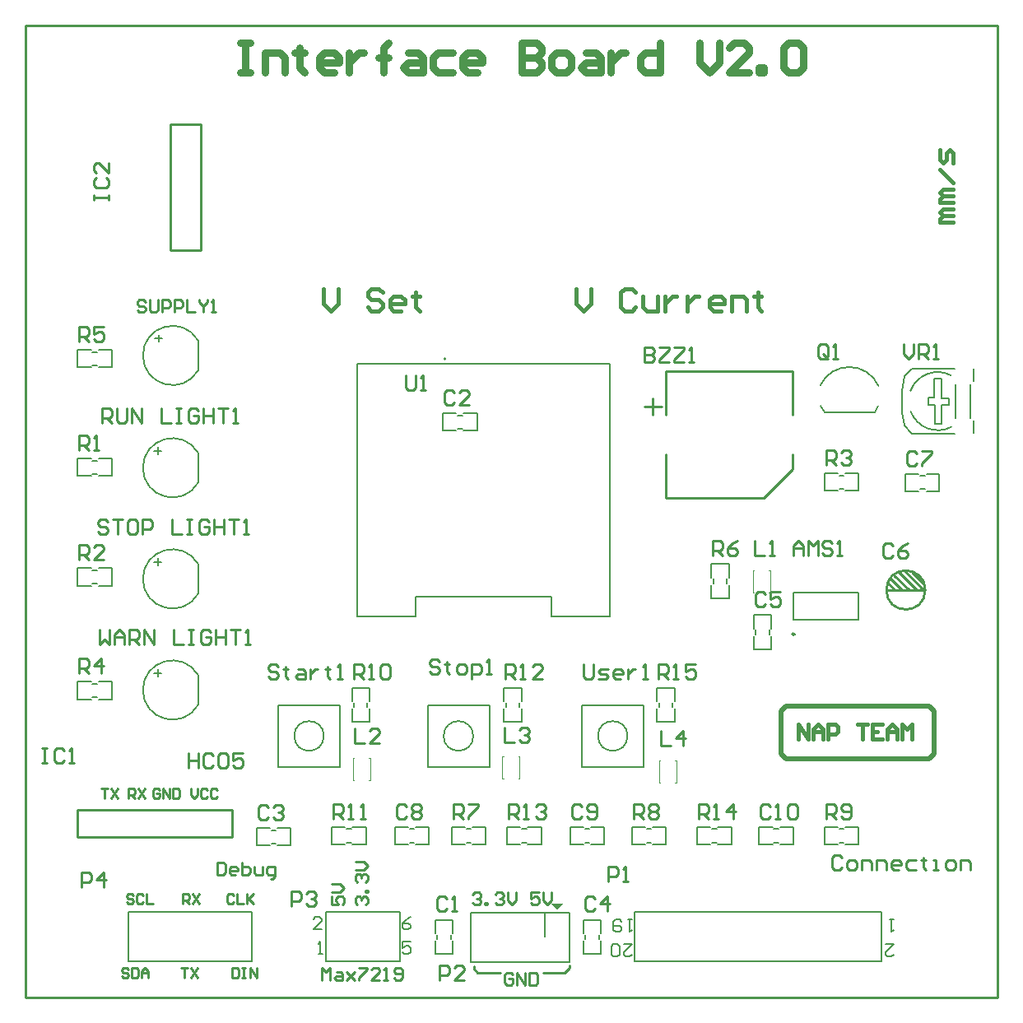
<source format=gto>
G04*
G04 #@! TF.GenerationSoftware,Altium Limited,Altium Designer,21.3.2 (30)*
G04*
G04 Layer_Color=65535*
%FSTAX44Y44*%
%MOMM*%
G71*
G04*
G04 #@! TF.SameCoordinates,BAFF9CCB-06E3-4415-8BD8-540CAB7B7E79*
G04*
G04*
G04 #@! TF.FilePolarity,Positive*
G04*
G01*
G75*
%ADD10C,0.2540*%
%ADD11C,0.1778*%
%ADD12C,0.2500*%
%ADD13C,0.1524*%
%ADD14C,0.2000*%
%ADD15C,0.5080*%
%ADD16C,0.1016*%
%ADD17C,0.1270*%
%ADD18C,0.2032*%
%ADD19C,0.3810*%
%ADD20C,0.7620*%
G36*
X00546989Y00090186D02*
X00553339Y00096536D01*
X00540639D01*
X00546989Y00090186D01*
D02*
G37*
D10*
X0092551Y004191D02*
G03*
X0092551Y004191I-0002J0D01*
G01*
X0Y0D02*
X01D01*
X0Y01D02*
X01D01*
Y0D02*
Y01D01*
X0Y0D02*
Y01D01*
X0014859Y0076835D02*
Y0089789D01*
X0018034Y0076835D02*
Y0089789D01*
X0014859D02*
X0018034D01*
X0014859Y0076835D02*
X0018034D01*
X007894Y0059912D02*
Y0064462D01*
Y0054362D02*
Y0055912D01*
X006584Y0059912D02*
Y0064462D01*
Y0051362D02*
Y0055912D01*
Y0064462D02*
X007894D01*
X007594Y0051362D02*
X007894Y0054362D01*
X006584Y0051362D02*
X007594D01*
X0053213Y000254D02*
X00554482D01*
X0046482D02*
X00488077D01*
X0046101Y0002921D02*
X0046482Y000254D01*
X00554482D02*
X00559816Y00030734D01*
Y0003302D01*
X0046101Y0002921D02*
Y0003175D01*
X0005334Y001651D02*
Y0019304D01*
X0021209Y001651D02*
Y0019304D01*
X0005334Y001651D02*
X0021209D01*
X0005334Y0019304D02*
X0021209D01*
X00885444Y004191D02*
X00925068D01*
X00894334D02*
X00896112D01*
X00887222Y00426212D02*
X00894334Y004191D01*
X00901446D02*
X00902716D01*
X00890016Y0043053D02*
X00901446Y004191D01*
X00908812D02*
X0090932D01*
X00893318Y00434594D02*
X00908812Y004191D01*
X00916432D02*
X0091821D01*
X00898144Y00437388D02*
X00916432Y004191D01*
X00923544D02*
Y00419354D01*
X00903732Y00439166D02*
X00923544Y00419354D01*
X00924306Y00424688D02*
Y00424942D01*
X00911606Y00437642D02*
X00924306Y00424942D01*
X0Y0D02*
X0000254D01*
X00069852Y00820426D02*
Y00825505D01*
Y00822965D01*
X00085087D01*
Y00820426D01*
Y00825505D01*
X00072392Y00843279D02*
X00069852Y0084074D01*
Y00835661D01*
X00072392Y00833122D01*
X00082548D01*
X00085087Y00835661D01*
Y0084074D01*
X00082548Y00843279D01*
X00085087Y00858514D02*
Y00848357D01*
X00074931Y00858514D01*
X00072392D01*
X00069852Y00855975D01*
Y00850896D01*
X00072392Y00848357D01*
X00636778Y00668777D02*
Y00653542D01*
X00644396D01*
X00646935Y00656081D01*
Y0065862D01*
X00644396Y0066116D01*
X00636778D01*
X00644396D01*
X00646935Y00663699D01*
Y00666238D01*
X00644396Y00668777D01*
X00636778D01*
X00652013D02*
X0066217D01*
Y00666238D01*
X00652013Y00656081D01*
Y00653542D01*
X0066217D01*
X00667248Y00668777D02*
X00677405D01*
Y00666238D01*
X00667248Y00656081D01*
Y00653542D01*
X00677405D01*
X00682483D02*
X00687562D01*
X00685022D01*
Y00668777D01*
X00682483Y00666238D01*
X0064547Y00616259D02*
Y0059912D01*
X006369Y0060769D02*
X00654039D01*
X00527894Y00107946D02*
X0051943D01*
Y00101598D01*
X00523662Y00103714D01*
X00525778D01*
X00527894Y00101598D01*
Y00097366D01*
X00525778Y0009525D01*
X00521546D01*
X0051943Y00097366D01*
X00532126Y00107946D02*
Y00099482D01*
X00536358Y0009525D01*
X0054059Y00099482D01*
Y00107946D01*
X0045974Y0010583D02*
X00461856Y00107946D01*
X00466088D01*
X00468204Y0010583D01*
Y00103714D01*
X00466088Y00101598D01*
X00463972D01*
X00466088D01*
X00468204Y00099482D01*
Y00097366D01*
X00466088Y0009525D01*
X00461856D01*
X0045974Y00097366D01*
X00472436Y0009525D02*
Y00097366D01*
X00474552D01*
Y0009525D01*
X00472436D01*
X00483016Y0010583D02*
X00485132Y00107946D01*
X00489364D01*
X0049148Y0010583D01*
Y00103714D01*
X00489364Y00101598D01*
X00487248D01*
X00489364D01*
X0049148Y00099482D01*
Y00097366D01*
X00489364Y0009525D01*
X00485132D01*
X00483016Y00097366D01*
X00495712Y00107946D02*
Y00099482D01*
X00499944Y0009525D01*
X00504176Y00099482D01*
Y00107946D01*
X00501224Y0002328D02*
X00499108Y00025396D01*
X00494876D01*
X0049276Y0002328D01*
Y00014816D01*
X00494876Y000127D01*
X00499108D01*
X00501224Y00014816D01*
Y00019048D01*
X00496992D01*
X00505456Y000127D02*
Y00025396D01*
X0051392Y000127D01*
Y00025396D01*
X00518152D02*
Y000127D01*
X005245D01*
X00526616Y00014816D01*
Y0002328D01*
X005245Y00025396D01*
X00518152D01*
X0007747Y0021463D02*
X00084241D01*
X00080856D01*
Y00204473D01*
X00087627Y0021463D02*
X00094398Y00204473D01*
Y0021463D02*
X00087627Y00204473D01*
X0010541D02*
Y0021463D01*
X00110488D01*
X00112181Y00212937D01*
Y00209552D01*
X00110488Y00207859D01*
X0010541D01*
X00108796D02*
X00112181Y00204473D01*
X00115567Y0021463D02*
X00122338Y00204473D01*
Y0021463D02*
X00115567Y00204473D01*
X00137581Y00212937D02*
X00135888Y0021463D01*
X00132503D01*
X0013081Y00212937D01*
Y00206166D01*
X00132503Y00204473D01*
X00135888D01*
X00137581Y00206166D01*
Y00209552D01*
X00134196D01*
X00140967Y00204473D02*
Y0021463D01*
X00147738Y00204473D01*
Y0021463D01*
X00151123D02*
Y00204473D01*
X00156202D01*
X00157895Y00206166D01*
Y00212937D01*
X00156202Y0021463D01*
X00151123D01*
X0017018D02*
Y00207859D01*
X00173566Y00204473D01*
X00176951Y00207859D01*
Y0021463D01*
X00187108Y00212937D02*
X00185415Y0021463D01*
X00182029D01*
X00180337Y00212937D01*
Y00206166D01*
X00182029Y00204473D01*
X00185415D01*
X00187108Y00206166D01*
X00197265Y00212937D02*
X00195572Y0021463D01*
X00192186D01*
X00190493Y00212937D01*
Y00206166D01*
X00192186Y00204473D01*
X00195572D01*
X00197265Y00206166D01*
X0016764Y00251455D02*
Y0023622D01*
Y00243838D01*
X00177797D01*
Y00251455D01*
Y0023622D01*
X00193032Y00248916D02*
X00190493Y00251455D01*
X00185414D01*
X00182875Y00248916D01*
Y00238759D01*
X00185414Y0023622D01*
X00190493D01*
X00193032Y00238759D01*
X0019811Y00248916D02*
X00200649Y00251455D01*
X00205728D01*
X00208267Y00248916D01*
Y00238759D01*
X00205728Y0023622D01*
X00200649D01*
X0019811Y00238759D01*
Y00248916D01*
X00223502Y00251455D02*
X00213345D01*
Y00243838D01*
X00218424Y00246377D01*
X00220963D01*
X00223502Y00243838D01*
Y00238759D01*
X00220963Y0023622D01*
X00215884D01*
X00213345Y00238759D01*
X00105831Y00028784D02*
X00104138Y00030477D01*
X00100753D01*
X0009906Y00028784D01*
Y00027091D01*
X00100753Y00025398D01*
X00104138D01*
X00105831Y00023706D01*
Y00022013D01*
X00104138Y0002032D01*
X00100753D01*
X0009906Y00022013D01*
X00109217Y00030477D02*
Y0002032D01*
X00114295D01*
X00115988Y00022013D01*
Y00028784D01*
X00114295Y00030477D01*
X00109217D01*
X00119373Y0002032D02*
Y00027091D01*
X00122759Y00030477D01*
X00126145Y00027091D01*
Y0002032D01*
Y00025398D01*
X00119373D01*
X0016002Y00030477D02*
X00166791D01*
X00163406D01*
Y0002032D01*
X00170177Y00030477D02*
X00176948Y0002032D01*
Y00030477D02*
X00170177Y0002032D01*
X0021209Y00030477D02*
Y0002032D01*
X00217168D01*
X00218861Y00022013D01*
Y00028784D01*
X00217168Y00030477D01*
X0021209D01*
X00222247D02*
X00225632D01*
X00223939D01*
Y0002032D01*
X00222247D01*
X00225632D01*
X00230711D02*
Y00030477D01*
X00237482Y0002032D01*
Y00030477D01*
X00213781Y00104984D02*
X00212088Y00106677D01*
X00208703D01*
X0020701Y00104984D01*
Y00098213D01*
X00208703Y0009652D01*
X00212088D01*
X00213781Y00098213D01*
X00217167Y00106677D02*
Y0009652D01*
X00223938D01*
X00227323Y00106677D02*
Y0009652D01*
Y00099906D01*
X00234095Y00106677D01*
X00229016Y00101598D01*
X00234095Y0009652D01*
X0016129D02*
Y00106677D01*
X00166368D01*
X00168061Y00104984D01*
Y00101598D01*
X00166368Y00099906D01*
X0016129D01*
X00164676D02*
X00168061Y0009652D01*
X00171447Y00106677D02*
X00178218Y0009652D01*
Y00106677D02*
X00171447Y0009652D01*
X00110911Y00104984D02*
X00109218Y00106677D01*
X00105833D01*
X0010414Y00104984D01*
Y00103291D01*
X00105833Y00101598D01*
X00109218D01*
X00110911Y00099906D01*
Y00098213D01*
X00109218Y0009652D01*
X00105833D01*
X0010414Y00098213D01*
X00121068Y00104984D02*
X00119375Y00106677D01*
X0011599D01*
X00114297Y00104984D01*
Y00098213D01*
X0011599Y0009652D01*
X00119375D01*
X00121068Y00098213D01*
X00124453Y00106677D02*
Y0009652D01*
X00131225D01*
X0019685Y00138848D02*
Y00126152D01*
X00203198D01*
X00205314Y00128268D01*
Y00136732D01*
X00203198Y00138848D01*
X0019685D01*
X00215894Y00126152D02*
X00211662D01*
X00209546Y00128268D01*
Y001325D01*
X00211662Y00134616D01*
X00215894D01*
X0021801Y001325D01*
Y00130384D01*
X00209546D01*
X00222242Y00138848D02*
Y00126152D01*
X0022859D01*
X00230706Y00128268D01*
Y00130384D01*
Y001325D01*
X0022859Y00134616D01*
X00222242D01*
X00234938D02*
Y00128268D01*
X00237054Y00126152D01*
X00243402D01*
Y00134616D01*
X00251866Y0012192D02*
X00253981D01*
X00256098Y00124036D01*
Y00134616D01*
X0024975D01*
X00247633Y001325D01*
Y00128268D01*
X0024975Y00126152D01*
X00256098D01*
X003048Y0001778D02*
Y00030476D01*
X00309032Y00026244D01*
X00313264Y00030476D01*
Y0001778D01*
X00319612Y00026244D02*
X00323844D01*
X0032596Y00024128D01*
Y0001778D01*
X00319612D01*
X00317496Y00019896D01*
X00319612Y00022012D01*
X0032596D01*
X00330192Y00026244D02*
X00338656Y0001778D01*
X00334424Y00022012D01*
X00338656Y00026244D01*
X00330192Y0001778D01*
X00342888Y00030476D02*
X00351352D01*
Y0002836D01*
X00342888Y00019896D01*
Y0001778D01*
X00364048D02*
X00355583D01*
X00364048Y00026244D01*
Y0002836D01*
X00361931Y00030476D01*
X003577D01*
X00355583Y0002836D01*
X00368279Y0001778D02*
X00372511D01*
X00370395D01*
Y00030476D01*
X00368279Y0002836D01*
X00378859Y00019896D02*
X00380975Y0001778D01*
X00385207D01*
X00387323Y00019896D01*
Y0002836D01*
X00385207Y00030476D01*
X00380975D01*
X00378859Y0002836D01*
Y00026244D01*
X00380975Y00024128D01*
X00387323D01*
X0034121Y0009525D02*
X00339094Y00097366D01*
Y00101598D01*
X0034121Y00103714D01*
X00343326D01*
X00345442Y00101598D01*
Y00099482D01*
Y00101598D01*
X00347558Y00103714D01*
X00349674D01*
X0035179Y00101598D01*
Y00097366D01*
X00349674Y0009525D01*
X0035179Y00107946D02*
X00349674D01*
Y00110062D01*
X0035179D01*
Y00107946D01*
X0034121Y00118526D02*
X00339094Y00120642D01*
Y00124874D01*
X0034121Y0012699D01*
X00343326D01*
X00345442Y00124874D01*
Y00122758D01*
Y00124874D01*
X00347558Y0012699D01*
X00349674D01*
X0035179Y00124874D01*
Y00120642D01*
X00349674Y00118526D01*
X00339094Y00131222D02*
X00347558D01*
X0035179Y00135454D01*
X00347558Y00139686D01*
X00339094D01*
X00314964Y00103714D02*
Y0009525D01*
X00321312D01*
X00319196Y00099482D01*
Y00101598D01*
X00321312Y00103714D01*
X00325544D01*
X0032766Y00101598D01*
Y00097366D01*
X00325544Y0009525D01*
X00314964Y00107946D02*
X00323428D01*
X0032766Y00112178D01*
X00323428Y0011641D01*
X00314964D01*
X00839467Y00143506D02*
X00836927Y00146045D01*
X00831849D01*
X0082931Y00143506D01*
Y00133349D01*
X00831849Y0013081D01*
X00836927D01*
X00839467Y00133349D01*
X00847084Y0013081D02*
X00852163D01*
X00854702Y00133349D01*
Y00138427D01*
X00852163Y00140967D01*
X00847084D01*
X00844545Y00138427D01*
Y00133349D01*
X00847084Y0013081D01*
X0085978D02*
Y00140967D01*
X00867398D01*
X00869937Y00138427D01*
Y0013081D01*
X00875015D02*
Y00140967D01*
X00882633D01*
X00885172Y00138427D01*
Y0013081D01*
X00897868D02*
X0089279D01*
X0089025Y00133349D01*
Y00138427D01*
X0089279Y00140967D01*
X00897868D01*
X00900407Y00138427D01*
Y00135888D01*
X0089025D01*
X00915642Y00140967D02*
X00908025D01*
X00905485Y00138427D01*
Y00133349D01*
X00908025Y0013081D01*
X00915642D01*
X0092326Y00143506D02*
Y00140967D01*
X0092072D01*
X00925799D01*
X0092326D01*
Y00133349D01*
X00925799Y0013081D01*
X00933416D02*
X00938495D01*
X00935956D01*
Y00140967D01*
X00933416D01*
X00948651Y0013081D02*
X0095373D01*
X00956269Y00133349D01*
Y00138427D01*
X0095373Y00140967D01*
X00948651D01*
X00946112Y00138427D01*
Y00133349D01*
X00948651Y0013081D01*
X00961347D02*
Y00140967D01*
X00968965D01*
X00971504Y00138427D01*
Y0013081D01*
X00916683Y00559812D02*
X00914144Y00562351D01*
X00909065D01*
X00906526Y00559812D01*
Y00549655D01*
X00909065Y00547116D01*
X00914144D01*
X00916683Y00549655D01*
X00921761Y00562351D02*
X00931918D01*
Y00559812D01*
X00921761Y00549655D01*
Y00547116D01*
X00651002Y00327152D02*
Y00342387D01*
X0065862D01*
X00661159Y00339848D01*
Y0033477D01*
X0065862Y0033223D01*
X00651002D01*
X0065608D02*
X00661159Y00327152D01*
X00666237D02*
X00671315D01*
X00668776D01*
Y00342387D01*
X00666237Y00339848D01*
X0068909Y00342387D02*
X00678933D01*
Y0033477D01*
X00684011Y00337309D01*
X00686551D01*
X0068909Y0033477D01*
Y00329691D01*
X00686551Y00327152D01*
X00681472D01*
X00678933Y00329691D01*
X00493522Y00327152D02*
Y00342387D01*
X00501139D01*
X00503679Y00339848D01*
Y0033477D01*
X00501139Y0033223D01*
X00493522D01*
X004986D02*
X00503679Y00327152D01*
X00508757D02*
X00513835D01*
X00511296D01*
Y00342387D01*
X00508757Y00339848D01*
X0053161Y00327152D02*
X00521453D01*
X0053161Y00337309D01*
Y00339848D01*
X00529071Y00342387D01*
X00523992D01*
X00521453Y00339848D01*
X00337312Y00327152D02*
Y00342387D01*
X0034493D01*
X00347469Y00339848D01*
Y0033477D01*
X0034493Y0033223D01*
X00337312D01*
X0034239D02*
X00347469Y00327152D01*
X00352547D02*
X00357625D01*
X00355086D01*
Y00342387D01*
X00352547Y00339848D01*
X00365243D02*
X00367782Y00342387D01*
X0037286D01*
X003754Y00339848D01*
Y00329691D01*
X0037286Y00327152D01*
X00367782D01*
X00365243Y00329691D01*
Y00339848D01*
X00653542Y00274061D02*
Y00258826D01*
X00663699D01*
X00676395D02*
Y00274061D01*
X00668777Y00266444D01*
X00678934D01*
X00492252Y00277871D02*
Y00262636D01*
X00502409D01*
X00507487Y00275332D02*
X00510026Y00277871D01*
X00515105D01*
X00517644Y00275332D01*
Y00272793D01*
X00515105Y00270254D01*
X00512565D01*
X00515105D01*
X00517644Y00267714D01*
Y00265175D01*
X00515105Y00262636D01*
X00510026D01*
X00507487Y00265175D01*
X00338582Y00276601D02*
Y00261366D01*
X00348739D01*
X00363974D02*
X00353817D01*
X00363974Y00271523D01*
Y00274062D01*
X00361435Y00276601D01*
X00356356D01*
X00353817Y00274062D01*
X00273054Y00093982D02*
Y00109218D01*
X00280672D01*
X00283211Y00106678D01*
Y001016D01*
X00280672Y00099061D01*
X00273054D01*
X00288289Y00106678D02*
X00290828Y00109218D01*
X00295907D01*
X00298446Y00106678D01*
Y00104139D01*
X00295907Y001016D01*
X00293368D01*
X00295907D01*
X00298446Y00099061D01*
Y00096522D01*
X00295907Y00093982D01*
X00290828D01*
X00288289Y00096522D01*
X00057154Y00113033D02*
Y00128267D01*
X00064772D01*
X00067311Y00125728D01*
Y0012065D01*
X00064772Y00118111D01*
X00057154D01*
X00080007Y00113033D02*
Y00128267D01*
X00072389Y0012065D01*
X00082546D01*
X00425454Y00017782D02*
Y00033017D01*
X00433072D01*
X00435611Y00030478D01*
Y000254D01*
X00433072Y00022861D01*
X00425454D01*
X00450846Y00017782D02*
X00440689D01*
X00450846Y00027939D01*
Y00030478D01*
X00448307Y00033017D01*
X00443228D01*
X00440689Y00030478D01*
X00585721Y00101088D02*
X00583181Y00103627D01*
X00578103D01*
X00575564Y00101088D01*
Y00090931D01*
X00578103Y00088392D01*
X00583181D01*
X00585721Y00090931D01*
X00598417Y00088392D02*
Y00103627D01*
X00590799Y0009601D01*
X00600956D01*
X00823468Y00547878D02*
Y00563113D01*
X00831086D01*
X00833625Y00560574D01*
Y00555495D01*
X00831086Y00552956D01*
X00823468D01*
X00828546D02*
X00833625Y00547878D01*
X00838703Y00560574D02*
X00841242Y00563113D01*
X00846321D01*
X0084886Y00560574D01*
Y00558035D01*
X00846321Y00555495D01*
X00843781D01*
X00846321D01*
X0084886Y00552956D01*
Y00550417D01*
X00846321Y00547878D01*
X00841242D01*
X00838703Y00550417D01*
X00824989Y00659383D02*
Y0066954D01*
X00822449Y00672079D01*
X00817371D01*
X00814832Y0066954D01*
Y00659383D01*
X00817371Y00656844D01*
X00822449D01*
X0081991Y00661922D02*
X00824989Y00656844D01*
X00822449D02*
X00824989Y00659383D01*
X00830067Y00656844D02*
X00835145D01*
X00832606D01*
Y00672079D01*
X00830067Y0066954D01*
X0057404Y00342387D02*
Y00329691D01*
X00576579Y00327152D01*
X00581657D01*
X00584197Y00329691D01*
Y00342387D01*
X00589275Y00327152D02*
X00596893D01*
X00599432Y00329691D01*
X00596893Y0033223D01*
X00591814D01*
X00589275Y0033477D01*
X00591814Y00337309D01*
X00599432D01*
X00612128Y00327152D02*
X00607049D01*
X0060451Y00329691D01*
Y0033477D01*
X00607049Y00337309D01*
X00612128D01*
X00614667Y0033477D01*
Y0033223D01*
X0060451D01*
X00619745Y00337309D02*
Y00327152D01*
Y0033223D01*
X00622284Y0033477D01*
X00624824Y00337309D01*
X00627363D01*
X0063498Y00327152D02*
X00640059D01*
X00637519D01*
Y00342387D01*
X0063498Y00339848D01*
X00425447Y00344928D02*
X00422907Y00347467D01*
X00417829D01*
X0041529Y00344928D01*
Y00342389D01*
X00417829Y0033985D01*
X00422907D01*
X00425447Y0033731D01*
Y00334771D01*
X00422907Y00332232D01*
X00417829D01*
X0041529Y00334771D01*
X00433064Y00344928D02*
Y00342389D01*
X00430525D01*
X00435603D01*
X00433064D01*
Y00334771D01*
X00435603Y00332232D01*
X0044576D02*
X00450839D01*
X00453378Y00334771D01*
Y0033985D01*
X00450839Y00342389D01*
X0044576D01*
X00443221Y0033985D01*
Y00334771D01*
X0044576Y00332232D01*
X00458456Y00327154D02*
Y00342389D01*
X00466074D01*
X00468613Y0033985D01*
Y00334771D01*
X00466074Y00332232D01*
X00458456D01*
X00473691D02*
X00478769D01*
X0047623D01*
Y00347467D01*
X00473691Y00344928D01*
X00692658Y00183896D02*
Y00199131D01*
X00700275D01*
X00702815Y00196592D01*
Y00191514D01*
X00700275Y00188974D01*
X00692658D01*
X00697736D02*
X00702815Y00183896D01*
X00707893D02*
X00712971D01*
X00710432D01*
Y00199131D01*
X00707893Y00196592D01*
X00728206Y00183896D02*
Y00199131D01*
X00720589Y00191514D01*
X00730746D01*
X00706882Y00454448D02*
Y00469683D01*
X007145D01*
X00717039Y00467144D01*
Y00462066D01*
X007145Y00459526D01*
X00706882D01*
X0071196D02*
X00717039Y00454448D01*
X00732274Y00469683D02*
X00727195Y00467144D01*
X00722117Y00462066D01*
Y00456987D01*
X00724656Y00454448D01*
X00729735D01*
X00732274Y00456987D01*
Y00459526D01*
X00729735Y00462066D01*
X00722117D01*
X00750062Y00469641D02*
Y00454406D01*
X00760219D01*
X00765297D02*
X00770375D01*
X00767836D01*
Y00469641D01*
X00765297Y00467102D01*
X00766315Y00196592D02*
X00763775Y00199131D01*
X00758697D01*
X00756158Y00196592D01*
Y00186435D01*
X00758697Y00183896D01*
X00763775D01*
X00766315Y00186435D01*
X00771393Y00183896D02*
X00776471D01*
X00773932D01*
Y00199131D01*
X00771393Y00196592D01*
X00784089D02*
X00786628Y00199131D01*
X00791706D01*
X00794246Y00196592D01*
Y00186435D01*
X00791706Y00183896D01*
X00786628D01*
X00784089Y00186435D01*
Y00196592D01*
X00572005D02*
X00569465Y00199131D01*
X00564387D01*
X00561848Y00196592D01*
Y00186435D01*
X00564387Y00183896D01*
X00569465D01*
X00572005Y00186435D01*
X00577083D02*
X00579622Y00183896D01*
X00584701D01*
X0058724Y00186435D01*
Y00196592D01*
X00584701Y00199131D01*
X00579622D01*
X00577083Y00196592D01*
Y00194053D01*
X00579622Y00191514D01*
X0058724D01*
X00760981Y00414778D02*
X00758441Y00417317D01*
X00753363D01*
X00750824Y00414778D01*
Y00404621D01*
X00753363Y00402082D01*
X00758441D01*
X00760981Y00404621D01*
X00776216Y00417317D02*
X00766059D01*
Y004097D01*
X00771137Y00412239D01*
X00773677D01*
X00776216Y004097D01*
Y00404621D01*
X00773677Y00402082D01*
X00768598D01*
X00766059Y00404621D01*
X00789432Y00454152D02*
Y00464309D01*
X0079451Y00469387D01*
X00799589Y00464309D01*
Y00454152D01*
Y00461769D01*
X00789432D01*
X00804667Y00454152D02*
Y00469387D01*
X00809745Y00464309D01*
X00814824Y00469387D01*
Y00454152D01*
X00830059Y00466848D02*
X0082752Y00469387D01*
X00822441D01*
X00819902Y00466848D01*
Y00464309D01*
X00822441Y00461769D01*
X0082752D01*
X00830059Y0045923D01*
Y00456691D01*
X0082752Y00454152D01*
X00822441D01*
X00819902Y00456691D01*
X00835137Y00454152D02*
X00840216D01*
X00837676D01*
Y00469387D01*
X00835137Y00466848D01*
X00016515Y00256537D02*
X00021594D01*
X00019054D01*
Y00241303D01*
X00016515D01*
X00021594D01*
X00039368Y00253998D02*
X00036829Y00256537D01*
X0003175D01*
X00029211Y00253998D01*
Y00243842D01*
X0003175Y00241303D01*
X00036829D01*
X00039368Y00243842D01*
X00044446Y00241303D02*
X00049525D01*
X00046986D01*
Y00256537D01*
X00044446Y00253998D01*
X00249425Y00195322D02*
X00246886Y00197861D01*
X00241807D01*
X00239268Y00195322D01*
Y00185165D01*
X00241807Y00182626D01*
X00246886D01*
X00249425Y00185165D01*
X00254503Y00195322D02*
X00257042Y00197861D01*
X00262121D01*
X0026466Y00195322D01*
Y00192783D01*
X00262121Y00190243D01*
X00259581D01*
X00262121D01*
X0026466Y00187704D01*
Y00185165D01*
X00262121Y00182626D01*
X00257042D01*
X00254503Y00185165D01*
X00441195Y00622042D02*
X00438656Y00624581D01*
X00433577D01*
X00431038Y00622042D01*
Y00611885D01*
X00433577Y00609346D01*
X00438656D01*
X00441195Y00611885D01*
X0045643Y00609346D02*
X00446273D01*
X0045643Y00619503D01*
Y00622042D01*
X00453891Y00624581D01*
X00448812D01*
X00446273Y00622042D01*
X00433321Y00101088D02*
X00430782Y00103627D01*
X00425703D01*
X00423164Y00101088D01*
Y00090931D01*
X00425703Y00088392D01*
X00430782D01*
X00433321Y00090931D01*
X00438399Y00088392D02*
X00443477D01*
X00440938D01*
Y00103627D01*
X00438399Y00101088D01*
X00599443Y00119382D02*
Y00134618D01*
X00607061D01*
X006096Y00132078D01*
Y00127D01*
X00607061Y00124461D01*
X00599443D01*
X00614678Y00119382D02*
X00619757D01*
X00617218D01*
Y00134618D01*
X00614678Y00132078D01*
X00903224Y00672079D02*
Y00661922D01*
X00908302Y00656844D01*
X00913381Y00661922D01*
Y00672079D01*
X00918459Y00656844D02*
Y00672079D01*
X00926077D01*
X00928616Y0066954D01*
Y00664462D01*
X00926077Y00661922D01*
X00918459D01*
X00923537D02*
X00928616Y00656844D01*
X00933694D02*
X00938773D01*
X00936233D01*
Y00672079D01*
X00933694Y0066954D01*
X00391163Y00640078D02*
Y00627382D01*
X00393703Y00624842D01*
X00398781D01*
X0040132Y00627382D01*
Y00640078D01*
X00406398Y00624842D02*
X00411477D01*
X00408937D01*
Y00640078D01*
X00406398Y00637538D01*
X00497078Y00183896D02*
Y00199131D01*
X00504696D01*
X00507235Y00196592D01*
Y00191514D01*
X00504696Y00188974D01*
X00497078D01*
X00502156D02*
X00507235Y00183896D01*
X00512313D02*
X00517391D01*
X00514852D01*
Y00199131D01*
X00512313Y00196592D01*
X00525009D02*
X00527548Y00199131D01*
X00532626D01*
X00535166Y00196592D01*
Y00194053D01*
X00532626Y00191514D01*
X00530087D01*
X00532626D01*
X00535166Y00188974D01*
Y00186435D01*
X00532626Y00183896D01*
X00527548D01*
X00525009Y00186435D01*
X00316738Y00183896D02*
Y00199131D01*
X00324356D01*
X00326895Y00196592D01*
Y00191514D01*
X00324356Y00188974D01*
X00316738D01*
X00321816D02*
X00326895Y00183896D01*
X00331973D02*
X00337051D01*
X00334512D01*
Y00199131D01*
X00331973Y00196592D01*
X00344669Y00183896D02*
X00349747D01*
X00347208D01*
Y00199131D01*
X00344669Y00196592D01*
X00823468Y00183896D02*
Y00199131D01*
X00831086D01*
X00833625Y00196592D01*
Y00191514D01*
X00831086Y00188974D01*
X00823468D01*
X00828546D02*
X00833625Y00183896D01*
X00838703Y00186435D02*
X00841242Y00183896D01*
X00846321D01*
X0084886Y00186435D01*
Y00196592D01*
X00846321Y00199131D01*
X00841242D01*
X00838703Y00196592D01*
Y00194053D01*
X00841242Y00191514D01*
X0084886D01*
X00625348Y00183896D02*
Y00199131D01*
X00632966D01*
X00635505Y00196592D01*
Y00191514D01*
X00632966Y00188974D01*
X00625348D01*
X00630426D02*
X00635505Y00183896D01*
X00640583Y00196592D02*
X00643122Y00199131D01*
X00648201D01*
X0065074Y00196592D01*
Y00194053D01*
X00648201Y00191514D01*
X0065074Y00188974D01*
Y00186435D01*
X00648201Y00183896D01*
X00643122D01*
X00640583Y00186435D01*
Y00188974D01*
X00643122Y00191514D01*
X00640583Y00194053D01*
Y00196592D01*
X00643122Y00191514D02*
X00648201D01*
X00439928Y00183896D02*
Y00199131D01*
X00447546D01*
X00450085Y00196592D01*
Y00191514D01*
X00447546Y00188974D01*
X00439928D01*
X00445006D02*
X00450085Y00183896D01*
X00455163Y00199131D02*
X0046532D01*
Y00196592D01*
X00455163Y00186435D01*
Y00183896D01*
X00055118Y00333248D02*
Y00348483D01*
X00062736D01*
X00065275Y00345944D01*
Y00340866D01*
X00062736Y00338326D01*
X00055118D01*
X00060196D02*
X00065275Y00333248D01*
X00077971D02*
Y00348483D01*
X00070353Y00340866D01*
X0008051D01*
X00055118Y00450088D02*
Y00465323D01*
X00062736D01*
X00065275Y00462784D01*
Y00457705D01*
X00062736Y00455166D01*
X00055118D01*
X00060196D02*
X00065275Y00450088D01*
X0008051D02*
X00070353D01*
X0008051Y00460245D01*
Y00462784D01*
X00077971Y00465323D01*
X00072892D01*
X00070353Y00462784D01*
X00055118Y00563118D02*
Y00578353D01*
X00062736D01*
X00065275Y00575814D01*
Y00570736D01*
X00062736Y00568196D01*
X00055118D01*
X00060196D02*
X00065275Y00563118D01*
X00070353D02*
X00075431D01*
X00072892D01*
Y00578353D01*
X00070353Y00575814D01*
X00055118Y00674878D02*
Y00690113D01*
X00062736D01*
X00065275Y00687574D01*
Y00682495D01*
X00062736Y00679956D01*
X00055118D01*
X00060196D02*
X00065275Y00674878D01*
X0008051Y00690113D02*
X00070353D01*
Y00682495D01*
X00075431Y00685035D01*
X00077971D01*
X0008051Y00682495D01*
Y00677417D01*
X00077971Y00674878D01*
X00072892D01*
X00070353Y00677417D01*
X00075971Y00378457D02*
Y00363223D01*
X00081049Y00368301D01*
X00086128Y00363223D01*
Y00378457D01*
X00091206Y00363223D02*
Y00373379D01*
X00096285Y00378457D01*
X00101363Y00373379D01*
Y00363223D01*
Y0037084D01*
X00091206D01*
X00106441Y00363223D02*
Y00378457D01*
X00114059D01*
X00116598Y00375918D01*
Y0037084D01*
X00114059Y00368301D01*
X00106441D01*
X00111519D02*
X00116598Y00363223D01*
X00121676D02*
Y00378457D01*
X00131833Y00363223D01*
Y00378457D01*
X00152146D02*
Y00363223D01*
X00162303D01*
X00167381Y00378457D02*
X0017246D01*
X00169921D01*
Y00363223D01*
X00167381D01*
X0017246D01*
X00190234Y00375918D02*
X00187695Y00378457D01*
X00182617D01*
X00180077Y00375918D01*
Y00365762D01*
X00182617Y00363223D01*
X00187695D01*
X00190234Y00365762D01*
Y0037084D01*
X00185156D01*
X00195312Y00378457D02*
Y00363223D01*
Y0037084D01*
X00205469D01*
Y00378457D01*
Y00363223D01*
X00210548Y00378457D02*
X00220704D01*
X00215626D01*
Y00363223D01*
X00225783D02*
X00230861D01*
X00228322D01*
Y00378457D01*
X00225783Y00375918D01*
X00084858Y00489583D02*
X00082319Y00492122D01*
X0007724D01*
X00074701Y00489583D01*
Y00487044D01*
X0007724Y00484505D01*
X00082319D01*
X00084858Y00481966D01*
Y00479427D01*
X00082319Y00476888D01*
X0007724D01*
X00074701Y00479427D01*
X00089936Y00492122D02*
X00100093D01*
X00095014D01*
Y00476888D01*
X00112789Y00492122D02*
X0010771D01*
X00105171Y00489583D01*
Y00479427D01*
X0010771Y00476888D01*
X00112789D01*
X00115328Y00479427D01*
Y00489583D01*
X00112789Y00492122D01*
X00120406Y00476888D02*
Y00492122D01*
X00128024D01*
X00130563Y00489583D01*
Y00484505D01*
X00128024Y00481966D01*
X00120406D01*
X00150876Y00492122D02*
Y00476888D01*
X00161033D01*
X00166112Y00492122D02*
X0017119D01*
X00168651D01*
Y00476888D01*
X00166112D01*
X0017119D01*
X00188964Y00489583D02*
X00186425Y00492122D01*
X00181347D01*
X00178807Y00489583D01*
Y00479427D01*
X00181347Y00476888D01*
X00186425D01*
X00188964Y00479427D01*
Y00484505D01*
X00183886D01*
X00194042Y00492122D02*
Y00476888D01*
Y00484505D01*
X00204199D01*
Y00492122D01*
Y00476888D01*
X00209277Y00492122D02*
X00219434D01*
X00214356D01*
Y00476888D01*
X00224513D02*
X00229591D01*
X00227052D01*
Y00492122D01*
X00224513Y00489583D01*
X00078509Y00590552D02*
Y00605788D01*
X00086126D01*
X00088665Y00603248D01*
Y0059817D01*
X00086126Y00595631D01*
X00078509D01*
X00083587D02*
X00088665Y00590552D01*
X00093744Y00605788D02*
Y00593092D01*
X00096283Y00590552D01*
X00101361D01*
X001039Y00593092D01*
Y00605788D01*
X00108979Y00590552D02*
Y00605788D01*
X00119135Y00590552D01*
Y00605788D01*
X00139449D02*
Y00590552D01*
X00149606D01*
X00154684Y00605788D02*
X00159762D01*
X00157223D01*
Y00590552D01*
X00154684D01*
X00159762D01*
X00177537Y00603248D02*
X00174997Y00605788D01*
X00169919D01*
X0016738Y00603248D01*
Y00593092D01*
X00169919Y00590552D01*
X00174997D01*
X00177537Y00593092D01*
Y0059817D01*
X00172458D01*
X00182615Y00605788D02*
Y00590552D01*
Y0059817D01*
X00192772D01*
Y00605788D01*
Y00590552D01*
X0019785Y00605788D02*
X00208007D01*
X00202928D01*
Y00590552D01*
X00213085D02*
X00218163D01*
X00215624D01*
Y00605788D01*
X00213085Y00603248D01*
X001232Y00715432D02*
X00121084Y00717548D01*
X00116852D01*
X00114736Y00715432D01*
Y00713316D01*
X00116852Y007112D01*
X00121084D01*
X001232Y00709084D01*
Y00706968D01*
X00121084Y00704852D01*
X00116852D01*
X00114736Y00706968D01*
X00127432Y00717548D02*
Y00706968D01*
X00129548Y00704852D01*
X0013378D01*
X00135896Y00706968D01*
Y00717548D01*
X00140128Y00704852D02*
Y00717548D01*
X00146476D01*
X00148592Y00715432D01*
Y007112D01*
X00146476Y00709084D01*
X00140128D01*
X00152824Y00704852D02*
Y00717548D01*
X00159172D01*
X00161288Y00715432D01*
Y007112D01*
X00159172Y00709084D01*
X00152824D01*
X0016552Y00717548D02*
Y00704852D01*
X00173984D01*
X00178216Y00717548D02*
Y00715432D01*
X00182448Y007112D01*
X0018668Y00715432D01*
Y00717548D01*
X00182448Y007112D02*
Y00704852D01*
X00190912D02*
X00195144D01*
X00193028D01*
Y00717548D01*
X00190912Y00715432D01*
X00892553Y0046507D02*
X00890014Y00467609D01*
X00884935D01*
X00882396Y0046507D01*
Y00454913D01*
X00884935Y00452374D01*
X00890014D01*
X00892553Y00454913D01*
X00907788Y00467609D02*
X00902709Y0046507D01*
X00897631Y00459991D01*
Y00454913D01*
X0090017Y00452374D01*
X00905249D01*
X00907788Y00454913D01*
Y00457452D01*
X00905249Y00459991D01*
X00897631D01*
X00391665Y00196592D02*
X00389126Y00199131D01*
X00384047D01*
X00381508Y00196592D01*
Y00186435D01*
X00384047Y00183896D01*
X00389126D01*
X00391665Y00186435D01*
X00396743Y00196592D02*
X00399282Y00199131D01*
X00404361D01*
X004069Y00196592D01*
Y00194053D01*
X00404361Y00191514D01*
X004069Y00188974D01*
Y00186435D01*
X00404361Y00183896D01*
X00399282D01*
X00396743Y00186435D01*
Y00188974D01*
X00399282Y00191514D01*
X00396743Y00194053D01*
Y00196592D01*
X00399282Y00191514D02*
X00404361D01*
X00259851Y00340062D02*
X00257312Y00342602D01*
X00252234D01*
X00249694Y00340062D01*
Y00337523D01*
X00252234Y00334984D01*
X00257312D01*
X00259851Y00332445D01*
Y00329906D01*
X00257312Y00327366D01*
X00252234D01*
X00249694Y00329906D01*
X00267469Y00340062D02*
Y00337523D01*
X00264929D01*
X00270008D01*
X00267469D01*
Y00329906D01*
X00270008Y00327366D01*
X00280165Y00337523D02*
X00285243D01*
X00287782Y00334984D01*
Y00327366D01*
X00280165D01*
X00277625Y00329906D01*
X00280165Y00332445D01*
X00287782D01*
X0029286Y00337523D02*
Y00327366D01*
Y00332445D01*
X002954Y00334984D01*
X00297939Y00337523D01*
X00300478D01*
X00310635Y00340062D02*
Y00337523D01*
X00308095D01*
X00313174D01*
X00310635D01*
Y00329906D01*
X00313174Y00327366D01*
X00320791D02*
X0032587D01*
X0032333D01*
Y00342602D01*
X00320791Y00340062D01*
D11*
X00177421Y00675821D02*
G03*
X00177531Y00645169I-00026291J-00015421D01*
G01*
X00877555Y00628751D02*
G03*
X00817493Y00629574I-00030219J-00013309D01*
G01*
X0095216Y00639915D02*
G03*
X00910311Y00624052I-00013884J-00026505D01*
G01*
X00910565Y00602768D02*
G03*
X00952414Y00586905I00027965J00010642D01*
G01*
X00177421Y00331651D02*
G03*
X00177531Y00300998I-00026291J-00015421D01*
G01*
X00177421Y00445951D02*
G03*
X00177531Y00415299I-00026291J-00015421D01*
G01*
X00177421Y00560251D02*
G03*
X00177531Y00529599I-00026291J-00015421D01*
G01*
X00534289Y000625D02*
Y00087392D01*
X00457962Y00087519D02*
X00559816D01*
Y00062119D02*
Y00087519D01*
Y00036719D02*
Y00062119D01*
X00457962Y00036719D02*
X00559816D01*
X00457962D02*
Y00087519D01*
X00707544Y00425958D02*
Y0043053D01*
X0072126Y00425958D02*
Y0043053D01*
X00068876Y0055235D02*
X00073448D01*
X00068876Y00538634D02*
X00073448D01*
X00068876Y0043932D02*
X00073448D01*
X00068876Y00425604D02*
X00073448D01*
X00068876Y0032248D02*
X00073448D01*
X00068876Y00308764D02*
X00073448D01*
X00639106Y00159412D02*
X00643678D01*
X00639106Y00173128D02*
X00643678D01*
X005079Y00298662D02*
Y00303234D01*
X00494184Y00298662D02*
Y00303234D01*
X0066538Y00298662D02*
Y00303234D01*
X00651664Y00298662D02*
Y00303234D01*
X00837226Y00173128D02*
X00841798D01*
X00837226Y00159412D02*
X00841798D01*
X00769916Y00173194D02*
X00774488D01*
X00769916Y00159478D02*
X00774488D01*
X00706332Y00173074D02*
X00710904D01*
X00706332Y00159358D02*
X00710904D01*
X00510752Y00173074D02*
X00515324D01*
X00510752Y00159358D02*
X00515324D01*
X00575606Y00173194D02*
X00580178D01*
X00575606Y00159478D02*
X00580178D01*
X00453686Y00173128D02*
X00458258D01*
X00453686Y00159412D02*
X00458258D01*
X0035169Y00298662D02*
Y00303234D01*
X00337974Y00298662D02*
Y00303234D01*
X00330412Y00159358D02*
X00334984D01*
X00330412Y00173074D02*
X00334984D01*
X00395266Y00173194D02*
X00399838D01*
X00395266Y00159478D02*
X00399838D01*
X00920342Y00536448D02*
X00924914D01*
X00920342Y00522732D02*
X00924914D01*
X00177546Y00645414D02*
Y0067564D01*
X00133096Y00677672D02*
X00140716D01*
X00136906Y0067437D02*
Y00681482D01*
X00068876Y00650394D02*
X00073448D01*
X00068876Y0066411D02*
X00073448D01*
X00589754Y00059902D02*
Y00064474D01*
X00576038Y00059902D02*
Y00064474D01*
X00252942Y00158276D02*
X00257514D01*
X00252942Y00171992D02*
X00257514D01*
X00444712Y00584996D02*
X00449284D01*
X00444712Y00598712D02*
X00449284D01*
X00437354Y00059902D02*
Y00064474D01*
X00423638Y00059902D02*
Y00064474D01*
X00837226Y0053711D02*
X00841798D01*
X00837226Y00523394D02*
X00841798D01*
X00817794Y00608378D02*
X00822198Y00602088D01*
X0087376D02*
X00877062Y00608692D01*
X00822198Y00602088D02*
X0087376D01*
X00975106Y00580644D02*
Y00593598D01*
Y0063373D02*
Y00646684D01*
X00901446Y00601726D02*
Y00623951D01*
Y00601726D02*
X00903732Y0058801D01*
X00911606Y00580136D01*
X00956056D01*
X0097155Y00595884D02*
Y00630682D01*
X00911352Y0064643D02*
X00955802D01*
X00903732Y0063881D02*
X00911352Y0064643D01*
X00901446Y00623951D02*
X00903732Y0063881D01*
X00956564Y00596138D02*
Y00630428D01*
X00935228Y00590042D02*
X00942086D01*
Y006096D01*
X00949706D01*
Y00616458D01*
X0094234D02*
X00949706D01*
X0094234D02*
Y00636778D01*
X00934974D02*
X0094234D01*
X00934974Y00616712D02*
Y00636778D01*
X00928624Y00616712D02*
X00934974D01*
X00928624Y00609854D02*
Y00616712D01*
Y00609854D02*
X00935228D01*
Y00590296D02*
Y00609854D01*
X00765014Y00373592D02*
Y00378164D01*
X00751298Y00373592D02*
Y00378164D01*
X00132334Y00333756D02*
X00139954D01*
X00136144Y00330454D02*
Y00337566D01*
X00177546Y00301244D02*
Y0033147D01*
X00132334Y00448056D02*
X00139954D01*
X00136144Y00444754D02*
Y00451866D01*
X00177546Y00415544D02*
Y0044577D01*
X00132334Y00562356D02*
X00139954D01*
X00136144Y00559054D02*
Y00566166D01*
X00177546Y00529844D02*
Y0056007D01*
D12*
X0079115Y00373638D02*
G03*
X0079115Y00373638I-0000125J0D01*
G01*
D13*
X00619252Y00268944D02*
G03*
X00619252Y00268944I-0001524J0D01*
G01*
X00460502D02*
G03*
X00460502Y00268944I-0001524J0D01*
G01*
X00306832D02*
G03*
X00306832Y00268944I-0001524J0D01*
G01*
X00572262Y00300694D02*
X00635762D01*
X00572262Y00237194D02*
Y00300694D01*
X00635762Y00237194D02*
Y00300694D01*
X00572262Y00237194D02*
X00635762D01*
X00413512Y00300694D02*
X00477012D01*
X00413512Y00237194D02*
Y00300694D01*
X00477012Y00237194D02*
Y00300694D01*
X00413512Y00237194D02*
X00477012D01*
X00259842Y00300694D02*
X00323342D01*
X00259842Y00237194D02*
Y00300694D01*
X00323342Y00237194D02*
Y00300694D01*
X00259842Y00237194D02*
X00323342D01*
D14*
X0043217Y0065697D02*
G03*
X0043217Y0065697I-00001J0D01*
G01*
X0062611Y0003683D02*
Y0008763D01*
X0086106D02*
X0088011D01*
Y0003683D02*
Y0008763D01*
X0086106Y0003683D02*
X0088011D01*
X0062611D02*
X0086106D01*
X0062611Y0008763D02*
X0086106D01*
X0010541Y0003683D02*
Y0008763D01*
X0023241Y0003683D02*
Y0008763D01*
X0010541Y0003683D02*
X0023241D01*
X0010541Y0008763D02*
X0023241D01*
X0038481Y0003683D02*
Y0008763D01*
X0030861Y0003683D02*
Y0008763D01*
X0038481D01*
X0030861Y0003683D02*
X0038481D01*
X00336127D02*
X0038481D01*
X00705358Y00410786D02*
Y00424204D01*
Y00410786D02*
X00723392D01*
Y00424204D01*
Y00431954D02*
Y00445786D01*
X00705358Y00431954D02*
Y00445786D01*
X00723392D01*
X0005362Y00536448D02*
Y00554482D01*
Y00536448D02*
X00067452D01*
X0005362Y00554482D02*
X00067452D01*
X00075202D02*
X0008862D01*
Y00536448D02*
Y00554482D01*
X00075202Y00536448D02*
X0008862D01*
X0005362Y00423418D02*
Y00441452D01*
Y00423418D02*
X00067452D01*
X0005362Y00441452D02*
X00067452D01*
X00075202D02*
X0008862D01*
Y00423418D02*
Y00441452D01*
X00075202Y00423418D02*
X0008862D01*
X0005362Y00306578D02*
Y00324612D01*
Y00306578D02*
X00067452D01*
X0005362Y00324612D02*
X00067452D01*
X00075202D02*
X0008862D01*
Y00306578D02*
Y00324612D01*
X00075202Y00306578D02*
X0008862D01*
X00645432Y00157226D02*
X0065885D01*
Y0017526D01*
X00645432D02*
X0065885D01*
X0062385D02*
X00637682D01*
X0062385Y00157226D02*
X00637682D01*
X0062385D02*
Y0017526D01*
X00491998Y0031849D02*
X00510032D01*
X00491998Y00304658D02*
Y0031849D01*
X00510032Y00304658D02*
Y0031849D01*
Y0028349D02*
Y00296908D01*
X00491998Y0028349D02*
X00510032D01*
X00491998D02*
Y00296908D01*
X00649478Y0031849D02*
X00667512D01*
X00649478Y00304658D02*
Y0031849D01*
X00667512Y00304658D02*
Y0031849D01*
Y0028349D02*
Y00296908D01*
X00649478Y0028349D02*
X00667512D01*
X00649478D02*
Y00296908D01*
X0082197Y00157226D02*
Y0017526D01*
Y00157226D02*
X00835802D01*
X0082197Y0017526D02*
X00835802D01*
X00843552D02*
X0085697D01*
Y00157226D02*
Y0017526D01*
X00843552Y00157226D02*
X0085697D01*
X00776242Y0017526D02*
X00789686D01*
X00754634D02*
X00768492D01*
X00754634Y0015748D02*
X00768492D01*
X00776242D02*
X00789686D01*
X00754634D02*
Y0017526D01*
X00789686Y0015748D02*
Y0017526D01*
X0069116D02*
X00704578D01*
X0069116Y00157226D02*
Y0017526D01*
Y00157226D02*
X00704578D01*
X00712328D02*
X0072616D01*
X00712328Y0017526D02*
X0072616D01*
Y00157226D02*
Y0017526D01*
X0049558D02*
X00508998D01*
X0049558Y00157226D02*
Y0017526D01*
Y00157226D02*
X00508998D01*
X00516748D02*
X0053058D01*
X00516748Y0017526D02*
X0053058D01*
Y00157226D02*
Y0017526D01*
X00581932D02*
X00595376D01*
X00560324D02*
X00574182D01*
X00560324Y0015748D02*
X00574182D01*
X00581932D02*
X00595376D01*
X00560324D02*
Y0017526D01*
X00595376Y0015748D02*
Y0017526D01*
X0043843Y00157226D02*
Y0017526D01*
Y00157226D02*
X00452262D01*
X0043843Y0017526D02*
X00452262D01*
X00460012D02*
X0047343D01*
Y00157226D02*
Y0017526D01*
X00460012Y00157226D02*
X0047343D01*
X00335788Y0031849D02*
X00353822D01*
X00335788Y00304658D02*
Y0031849D01*
X00353822Y00304658D02*
Y0031849D01*
Y0028349D02*
Y00296908D01*
X00335788Y0028349D02*
X00353822D01*
X00335788D02*
Y00296908D01*
X0035024Y00157226D02*
Y0017526D01*
X00336408D02*
X0035024D01*
X00336408Y00157226D02*
X0035024D01*
X0031524D02*
X00328658D01*
X0031524D02*
Y0017526D01*
X00328658D01*
X00401592D02*
X00415036D01*
X00379984D02*
X00393842D01*
X00379984Y0015748D02*
X00393842D01*
X00401592D02*
X00415036D01*
X00379984D02*
Y0017526D01*
X00415036Y0015748D02*
Y0017526D01*
X00926668Y00538514D02*
X00940112D01*
X0090506D02*
X00918918D01*
X0090506Y00520734D02*
X00918918D01*
X00926668D02*
X00940112D01*
X0090506D02*
Y00538514D01*
X00940112Y00520734D02*
Y00538514D01*
X00075202Y00648208D02*
X0008862D01*
Y00666242D01*
X00075202D02*
X0008862D01*
X0005362D02*
X00067452D01*
X0005362Y00648208D02*
X00067452D01*
X0005362D02*
Y00666242D01*
X0059182Y00044704D02*
Y00058148D01*
Y00065898D02*
Y00079756D01*
X0057404Y00065898D02*
Y00079756D01*
Y00044704D02*
Y00058148D01*
Y00079756D02*
X0059182D01*
X0057404Y00044704D02*
X0059182D01*
X00237744Y0015621D02*
X00251188D01*
X00258938D02*
X00272796D01*
X00258938Y0017399D02*
X00272796D01*
X00237744D02*
X00251188D01*
X00272796Y0015621D02*
Y0017399D01*
X00237744Y0015621D02*
Y0017399D01*
X00429514Y0058293D02*
X00442958D01*
X00450708D02*
X00464566D01*
X00450708Y0060071D02*
X00464566D01*
X00429514D02*
X00442958D01*
X00464566Y0058293D02*
Y0060071D01*
X00429514Y0058293D02*
Y0060071D01*
X0043942Y00044704D02*
Y00058148D01*
Y00065898D02*
Y00079756D01*
X0042164Y00065898D02*
Y00079756D01*
Y00044704D02*
Y00058148D01*
Y00079756D02*
X0043942D01*
X0042164Y00044704D02*
X0043942D01*
X0082197Y00521208D02*
Y00539242D01*
Y00521208D02*
X00835802D01*
X0082197Y00539242D02*
X00835802D01*
X00843552D02*
X0085697D01*
Y00521208D02*
Y00539242D01*
X00843552Y00521208D02*
X0085697D01*
X007899Y00388638D02*
X008569D01*
X007899Y00416638D02*
X008569D01*
X007899Y00388638D02*
Y00416638D01*
X008569Y00388638D02*
Y00416638D01*
X0076708Y00358394D02*
Y00371838D01*
Y00379588D02*
Y00393446D01*
X007493Y00379588D02*
Y00393446D01*
Y00358394D02*
Y00371838D01*
Y00393446D02*
X0076708D01*
X007493Y00358394D02*
X0076708D01*
D15*
X0092964Y0029972D02*
X0093472Y0029464D01*
X0092964Y0024511D02*
X0093472Y0025019D01*
X0077724Y0029464D02*
X0078232Y0029972D01*
X0077724Y0025019D02*
X0078232Y0024511D01*
X0092964D01*
X0078232Y0029972D02*
X0092964D01*
X0093472Y0025019D02*
Y0029464D01*
X0077724Y0025019D02*
Y0029464D01*
D16*
X0050673Y0022479D02*
X00508D01*
Y0024765D01*
X0050673D02*
X00508D01*
X0049022Y0022479D02*
X0049149D01*
X0049022D02*
Y0024765D01*
X0049149D01*
X0066802Y0022098D02*
X0066929D01*
Y0024384D01*
X0066802D02*
X0066929D01*
X0065151Y0022098D02*
X0065278D01*
X0065151D02*
Y0024384D01*
X0065278D01*
X0035306Y0022352D02*
X0035433D01*
Y0024638D01*
X0035306D02*
X0035433D01*
X0033655Y0022352D02*
X0033782D01*
X0033655D02*
Y0024638D01*
X0033782D01*
X0074803Y0043942D02*
X007493D01*
X0074803Y0041656D02*
Y0043942D01*
Y0041656D02*
X007493D01*
X0076454Y0043942D02*
X0076581D01*
Y0041656D02*
Y0043942D01*
X0076454Y0041656D02*
X0076581D01*
D17*
X0034117Y0065197D02*
X0060117D01*
Y0039197D02*
Y0065197D01*
X0054117Y0039197D02*
X0060117D01*
X0054117D02*
Y0041197D01*
X0040117D02*
X0054117D01*
X0040117Y0039197D02*
Y0041197D01*
X0034117Y0039197D02*
X0040117D01*
X0034117D02*
Y0065197D01*
D18*
X00615106Y0005461D02*
X0062357D01*
X00615106Y00046146D01*
Y0004403D01*
X00617222Y00041914D01*
X00621454D01*
X0062357Y0004403D01*
X00610874D02*
X00608758Y00041914D01*
X00604526D01*
X0060241Y0004403D01*
Y00052494D01*
X00604526Y0005461D01*
X00608758D01*
X00610874Y00052494D01*
Y0004403D01*
X0062357Y0008001D02*
X00619338D01*
X00621454D01*
Y00067314D01*
X0062357Y0006943D01*
X0061299Y00077894D02*
X00610874Y0008001D01*
X00606642D01*
X00604526Y00077894D01*
Y0006943D01*
X00606642Y00067314D01*
X00610874D01*
X0061299Y0006943D01*
Y00071546D01*
X00610874Y00073662D01*
X00604526D01*
X0089281Y0008001D02*
X00888578D01*
X00890694D01*
Y00067314D01*
X0089281Y0006943D01*
X00884346Y0005461D02*
X0089281D01*
X00884346Y00046146D01*
Y0004403D01*
X00886462Y00041914D01*
X00890694D01*
X0089281Y0004403D01*
X00395814Y00082546D02*
X00391582Y0008043D01*
X0038735Y00076198D01*
Y00071966D01*
X00389466Y0006985D01*
X00393698D01*
X00395814Y00071966D01*
Y00074082D01*
X00393698Y00076198D01*
X0038735D01*
X00395814Y00057146D02*
X0038735D01*
Y00050798D01*
X00391582Y00052914D01*
X00393698D01*
X00395814Y00050798D01*
Y00046566D01*
X00393698Y0004445D01*
X00389466D01*
X0038735Y00046566D01*
X00304374Y0006985D02*
X0029591D01*
X00304374Y00078314D01*
Y0008043D01*
X00302258Y00082546D01*
X00298026D01*
X0029591Y0008043D01*
X0030099Y0004445D02*
X00305222D01*
X00303106D01*
Y00057146D01*
X0030099Y0005503D01*
D19*
X0079502Y0026543D02*
Y00280665D01*
X00805177Y0026543D01*
Y00280665D01*
X00810255Y0026543D02*
Y00275587D01*
X00815333Y00280665D01*
X00820412Y00275587D01*
Y0026543D01*
Y00273048D01*
X00810255D01*
X0082549Y0026543D02*
Y00280665D01*
X00833108D01*
X00835647Y00278126D01*
Y00273048D01*
X00833108Y00270508D01*
X0082549D01*
X0085596Y00280665D02*
X00866117D01*
X00861039D01*
Y0026543D01*
X00881352Y00280665D02*
X00871195D01*
Y0026543D01*
X00881352D01*
X00871195Y00273048D02*
X00876274D01*
X0088643Y0026543D02*
Y00275587D01*
X00891509Y00280665D01*
X00896587Y00275587D01*
Y0026543D01*
Y00273048D01*
X0088643D01*
X00901665Y0026543D02*
Y00280665D01*
X00906744Y00275587D01*
X00911822Y00280665D01*
Y0026543D01*
X0095377Y00797149D02*
X00940228D01*
Y00800534D01*
X00943613Y0080392D01*
X0095377D01*
X00943613D01*
X00940228Y00807305D01*
X00943613Y00810691D01*
X0095377D01*
Y00817462D02*
X00940228D01*
Y00820848D01*
X00943613Y00824233D01*
X0095377D01*
X00943613D01*
X00940228Y00827619D01*
X00943613Y00831004D01*
X0095377D01*
Y00837776D02*
X00940228Y00851318D01*
X0095377Y00858089D02*
Y00868246D01*
X00950384Y00871631D01*
X00946999Y00868246D01*
Y00861475D01*
X00943613Y00858089D01*
X00940228Y00861475D01*
Y00871631D01*
X00566413Y00728973D02*
Y00713737D01*
X0057403Y0070612D01*
X00581647Y00713737D01*
Y00728973D01*
X00627353Y00725164D02*
X00623544Y00728973D01*
X00615927D01*
X00612118Y00725164D01*
Y00709929D01*
X00615927Y0070612D01*
X00623544D01*
X00627353Y00709929D01*
X0063497Y00721355D02*
Y00709929D01*
X00638779Y0070612D01*
X00650205D01*
Y00721355D01*
X00657823D02*
Y0070612D01*
Y00713737D01*
X00661632Y00717546D01*
X0066544Y00721355D01*
X00669249D01*
X00680676D02*
Y0070612D01*
Y00713737D01*
X00684484Y00717546D01*
X00688293Y00721355D01*
X00692102D01*
X00714954Y0070612D02*
X00707337D01*
X00703528Y00709929D01*
Y00717546D01*
X00707337Y00721355D01*
X00714954D01*
X00718763Y00717546D01*
Y00713737D01*
X00703528D01*
X00726381Y0070612D02*
Y00721355D01*
X00737807D01*
X00741616Y00717546D01*
Y0070612D01*
X00753042Y00725164D02*
Y00721355D01*
X00749233D01*
X00756851D01*
X00753042D01*
Y00709929D01*
X00756851Y0070612D01*
X00306086Y00728973D02*
Y00713737D01*
X00313704Y0070612D01*
X00321321Y00713737D01*
Y00728973D01*
X00367026Y00725164D02*
X00363218Y00728973D01*
X003556D01*
X00351791Y00725164D01*
Y00721355D01*
X003556Y00717546D01*
X00363218D01*
X00367026Y00713737D01*
Y00709929D01*
X00363218Y0070612D01*
X003556D01*
X00351791Y00709929D01*
X0038607Y0070612D02*
X00378453D01*
X00374644Y00709929D01*
Y00717546D01*
X00378453Y00721355D01*
X0038607D01*
X00389879Y00717546D01*
Y00713737D01*
X00374644D01*
X00401305Y00725164D02*
Y00721355D01*
X00397496D01*
X00405114D01*
X00401305D01*
Y00709929D01*
X00405114Y0070612D01*
D20*
X00221074Y009817D02*
X0023123D01*
X00226152D01*
Y0095123D01*
X00221074D01*
X0023123D01*
X00246465D02*
Y00971543D01*
X002617D01*
X00266779Y00966465D01*
Y0095123D01*
X00282014Y00976622D02*
Y00971543D01*
X00276936D01*
X00287092D01*
X00282014D01*
Y00956308D01*
X00287092Y0095123D01*
X00317562D02*
X00307406D01*
X00302327Y00956308D01*
Y00966465D01*
X00307406Y00971543D01*
X00317562D01*
X00322641Y00966465D01*
Y00961387D01*
X00302327D01*
X00332798Y00971543D02*
Y0095123D01*
Y00961387D01*
X00337876Y00966465D01*
X00342954Y00971543D01*
X00348033D01*
X00368346Y0095123D02*
Y00976622D01*
Y00966465D01*
X00363268D01*
X00373424D01*
X00368346D01*
Y00976622D01*
X00373424Y009817D01*
X00393738Y00971543D02*
X00403895D01*
X00408973Y00966465D01*
Y0095123D01*
X00393738D01*
X00388659Y00956308D01*
X00393738Y00961387D01*
X00408973D01*
X00439443Y00971543D02*
X00424208D01*
X0041913Y00966465D01*
Y00956308D01*
X00424208Y0095123D01*
X00439443D01*
X00464835D02*
X00454678D01*
X004496Y00956308D01*
Y00966465D01*
X00454678Y00971543D01*
X00464835D01*
X00469913Y00966465D01*
Y00961387D01*
X004496D01*
X0051054Y009817D02*
Y0095123D01*
X00525775D01*
X00530853Y00956308D01*
Y00961387D01*
X00525775Y00966465D01*
X0051054D01*
X00525775D01*
X00530853Y00971543D01*
Y00976622D01*
X00525775Y009817D01*
X0051054D01*
X00546088Y0095123D02*
X00556245D01*
X00561324Y00956308D01*
Y00966465D01*
X00556245Y00971543D01*
X00546088D01*
X0054101Y00966465D01*
Y00956308D01*
X00546088Y0095123D01*
X00576559Y00971543D02*
X00586715D01*
X00591794Y00966465D01*
Y0095123D01*
X00576559D01*
X0057148Y00956308D01*
X00576559Y00961387D01*
X00591794D01*
X0060195Y00971543D02*
Y0095123D01*
Y00961387D01*
X00607029Y00966465D01*
X00612107Y00971543D01*
X00617186D01*
X00652734Y009817D02*
Y0095123D01*
X00637499D01*
X00632421Y00956308D01*
Y00966465D01*
X00637499Y00971543D01*
X00652734D01*
X00693361Y009817D02*
Y00961387D01*
X00703518Y0095123D01*
X00713674Y00961387D01*
Y009817D01*
X00744145Y0095123D02*
X00723831D01*
X00744145Y00971543D01*
Y00976622D01*
X00739066Y009817D01*
X00728909D01*
X00723831Y00976622D01*
X00754301Y0095123D02*
Y00956308D01*
X0075938D01*
Y0095123D01*
X00754301D01*
X00779693Y00976622D02*
X00784771Y009817D01*
X00794928D01*
X00800006Y00976622D01*
Y00956308D01*
X00794928Y0095123D01*
X00784771D01*
X00779693Y00956308D01*
Y00976622D01*
M02*

</source>
